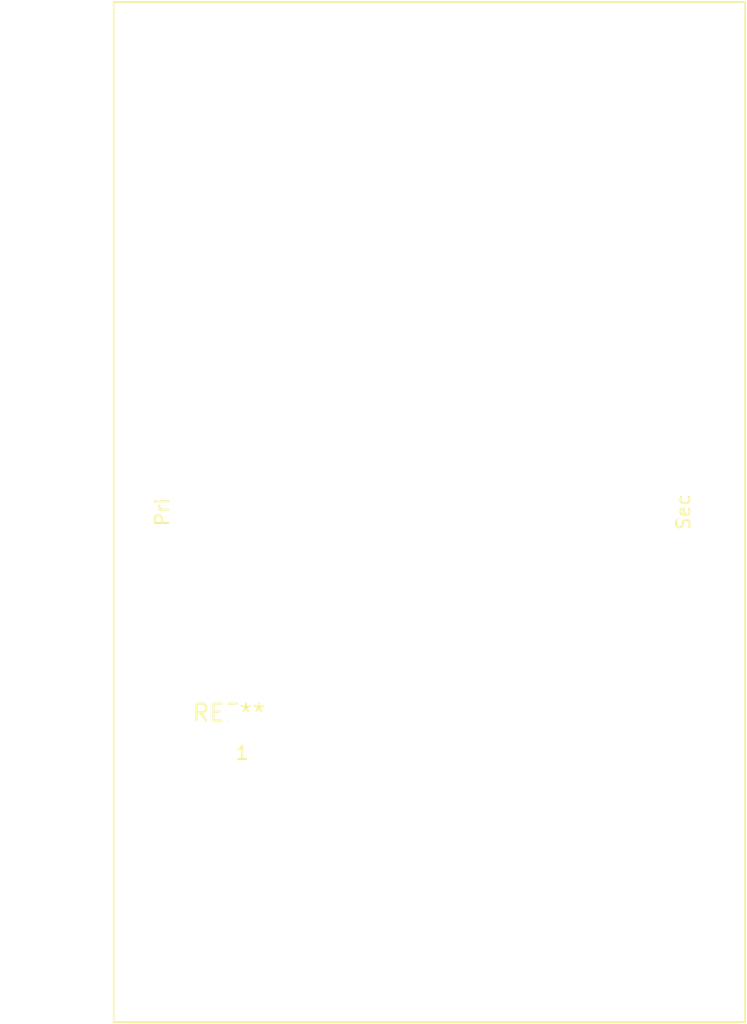
<source format=kicad_pcb>
(kicad_pcb (version 20240108) (generator pcbnew)
  (layers (0 "F.Cu" signal) (31 "B.Cu" signal) (34 "B.Paste" user) (35 "F.Paste" user) (36 "B.SilkS" user "B.Silkscreen") (37 "F.SilkS" user "F.Silkscreen") (38 "B.Mask" user) (39 "F.Mask" user) (44 "Edge.Cuts" user))
  (net 0 "")
  (footprint "Transformer_CHK_EI54-16VA_1xSec" (layer "F.Cu") (at 0 0)
    (property "Reference" "REF**")
    (property "Value" "Transformer_CHK_EI54-16VA_1xSec")
    (fp_line (start -8.62 -53.12) (end -8.62 23.12) (layer "F.SilkS") (stroke (width 0.12)))
    (fp_line (start -8.62 -53.12) (end 38.62 -53.12) (layer "F.SilkS") (stroke (width 0.12)))
    (fp_line (start 38.62 23.12) (end -8.62 23.12) (layer "F.SilkS") (stroke (width 0.12)))
    (fp_line (start 38.62 23.12) (end 38.62 -53.12) (layer "F.SilkS") (stroke (width 0.12)))
    (fp_text user "Pri" (at -5 -15 90) (layer "F.SilkS"))
    (fp_text user "Sec" (at 34 -15 90) (layer "F.SilkS"))
    (fp_text user "1" (at 1 3 0) (layer "F.SilkS"))
    (pad "" np_thru_hole circle (at -3.5 -47.5) (size 4.5 4.5) (drill 4.5) (layers *.Cu *.Mask))
    (pad "" np_thru_hole circle (at -3.5 17.5) (size 4.5 4.5) (drill 4.5) (layers *.Cu *.Mask))
    (pad "" np_thru_hole circle (at 33.5 -47.5) (size 4.5 4.5) (drill 4.5) (layers *.Cu *.Mask))
    (pad "" np_thru_hole circle (at 33.5 17.5) (size 4.5 4.5) (drill 4.5) (layers *.Cu *.Mask))
    (pad "1" thru_hole circle (at 0 0) (size 3 3) (drill 1.2) (layers *.Cu *.Mask) (remove_unused_layers))
    (pad "2" thru_hole circle (at 0 -5) (size 3 3) (drill 1.2) (layers *.Cu *.Mask) (remove_unused_layers))
    (pad "3" thru_hole circle (at 0 -10) (size 3 3) (drill 1.2) (layers *.Cu *.Mask) (remove_unused_layers))
    (pad "4" thru_hole circle (at 0 -15) (size 3 3) (drill 1.2) (layers *.Cu *.Mask) (remove_unused_layers))
    (pad "5" thru_hole circle (at 0 -20) (size 3 3) (drill 1.2) (layers *.Cu *.Mask) (remove_unused_layers))
    (pad "6" thru_hole circle (at 0 -25) (size 3 3) (drill 1.2) (layers *.Cu *.Mask) (remove_unused_layers))
    (pad "7" thru_hole circle (at 0 -30) (size 3 3) (drill 1.2) (layers *.Cu *.Mask) (remove_unused_layers))
    (pad "8" thru_hole circle (at 30 -30) (size 3 3) (drill 1.2) (layers *.Cu *.Mask) (remove_unused_layers))
    (pad "9" thru_hole circle (at 30 -25) (size 3 3) (drill 1.2) (layers *.Cu *.Mask) (remove_unused_layers))
    (pad "10" thru_hole circle (at 30 -20) (size 3 3) (drill 1.2) (layers *.Cu *.Mask) (remove_unused_layers))
    (pad "11" thru_hole circle (at 30 -15) (size 3 3) (drill 1.2) (layers *.Cu *.Mask) (remove_unused_layers))
    (pad "12" thru_hole circle (at 30 -10) (size 3 3) (drill 1.2) (layers *.Cu *.Mask) (remove_unused_layers))
    (pad "13" thru_hole circle (at 30 -5) (size 3 3) (drill 1.2) (layers *.Cu *.Mask) (remove_unused_layers))
    (pad "14" thru_hole circle (at 30 0) (size 3 3) (drill 1.2) (layers *.Cu *.Mask) (remove_unused_layers))
  )
)
</source>
